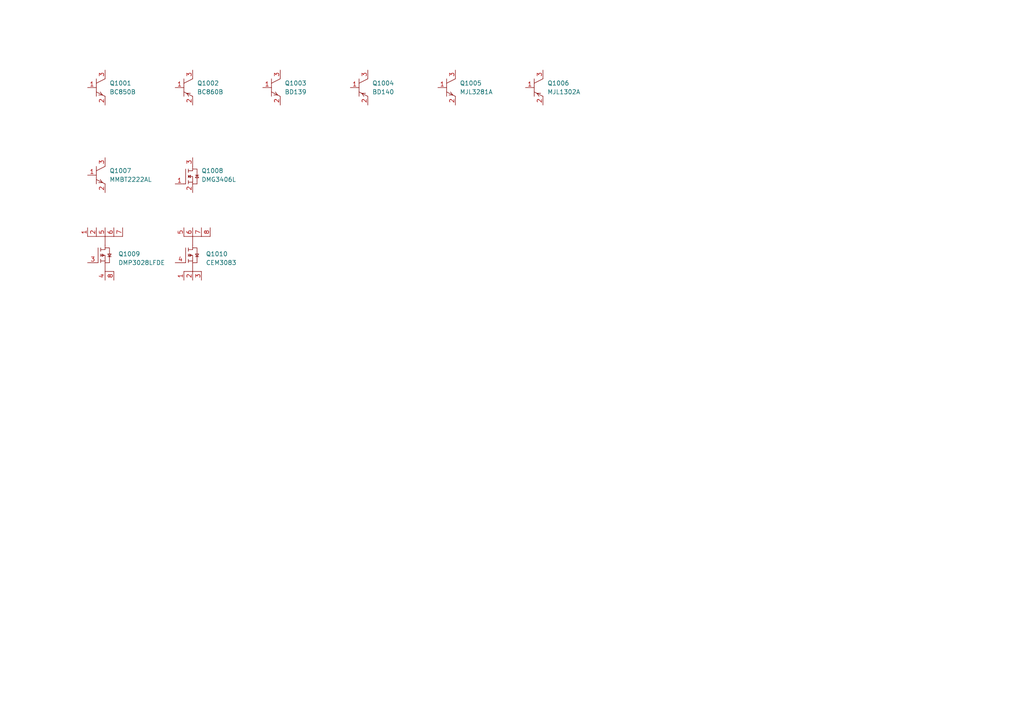
<source format=kicad_sch>
(kicad_sch
	(version 20250114)
	(generator "eeschema")
	(generator_version "9.0")
	(uuid "e63e39d7-6ac0-4ffd-8aa3-1841a4541b55")
	(paper "A4")
	(title_block
		(title "Transistors")
		(date "2025-07-06")
		(rev "1")
		(comment 1 "PCA number")
		(comment 2 "PCB number")
	)
	(lib_symbols
		(symbol "lily_symbols:bjt_npn_BC850B_sot23"
			(pin_names
				(hide yes)
			)
			(exclude_from_sim no)
			(in_bom yes)
			(on_board yes)
			(property "Reference" "Q"
				(at 6.35 1.27 0)
				(effects
					(font
						(size 1.27 1.27)
					)
					(justify left)
				)
			)
			(property "Value" "BC850B"
				(at 6.35 -1.27 0)
				(effects
					(font
						(size 1.27 1.27)
					)
					(justify left)
				)
			)
			(property "Footprint" "lily_footprints:sot23"
				(at 5.08 -17.78 0)
				(effects
					(font
						(size 1.27 1.27)
					)
					(hide yes)
				)
			)
			(property "Datasheet" "https://lilytronics.github.io/lily_kicad_lib/datasheets/nexperia/BC850B.pdf"
				(at 5.08 -30.48 0)
				(effects
					(font
						(size 1.27 1.27)
					)
					(hide yes)
				)
			)
			(property "Description" ""
				(at 0 0 0)
				(effects
					(font
						(size 1.27 1.27)
					)
					(hide yes)
				)
			)
			(property "Revision" "1"
				(at 5.08 -12.7 0)
				(effects
					(font
						(size 1.27 1.27)
					)
					(hide yes)
				)
			)
			(property "Status" "Active"
				(at 5.08 -15.24 0)
				(effects
					(font
						(size 1.27 1.27)
					)
					(hide yes)
				)
			)
			(property "Manufacturer" "Nexperia"
				(at 5.08 -20.32 0)
				(effects
					(font
						(size 1.27 1.27)
					)
					(hide yes)
				)
			)
			(property "Manufacturer_ID" "BC850B"
				(at 5.08 -22.86 0)
				(effects
					(font
						(size 1.27 1.27)
					)
					(hide yes)
				)
			)
			(property "Lily_ID" "NO_ID"
				(at 5.08 -25.4 0)
				(effects
					(font
						(size 1.27 1.27)
					)
					(hide yes)
				)
			)
			(property "JLCPCB_ID" "NO_ID"
				(at 5.08 -27.94 0)
				(effects
					(font
						(size 1.27 1.27)
					)
					(hide yes)
				)
			)
			(symbol "bjt_npn_BC850B_sot23_0_1"
				(polyline
					(pts
						(xy 2.54 2.54) (xy 2.54 -2.54)
					)
					(stroke
						(width 0)
						(type default)
					)
					(fill
						(type none)
					)
				)
				(polyline
					(pts
						(xy 4.318 -2.159) (xy 3.2004 -2.159)
					)
					(stroke
						(width 0)
						(type default)
					)
					(fill
						(type none)
					)
				)
				(polyline
					(pts
						(xy 4.318 -2.159) (xy 3.6576 -1.27)
					)
					(stroke
						(width 0)
						(type default)
					)
					(fill
						(type none)
					)
				)
				(polyline
					(pts
						(xy 5.08 2.54) (xy 2.54 1.27)
					)
					(stroke
						(width 0)
						(type default)
					)
					(fill
						(type none)
					)
				)
				(polyline
					(pts
						(xy 5.08 -2.54) (xy 2.54 -1.27)
					)
					(stroke
						(width 0)
						(type default)
					)
					(fill
						(type none)
					)
				)
			)
			(symbol "bjt_npn_BC850B_sot23_1_1"
				(pin passive line
					(at 0 0 0)
					(length 2.54)
					(name ""
						(effects
							(font
								(size 1.27 1.27)
							)
						)
					)
					(number "1"
						(effects
							(font
								(size 1.27 1.27)
							)
						)
					)
				)
				(pin passive line
					(at 5.08 5.08 270)
					(length 2.54)
					(name ""
						(effects
							(font
								(size 1.27 1.27)
							)
						)
					)
					(number "3"
						(effects
							(font
								(size 1.27 1.27)
							)
						)
					)
				)
				(pin passive line
					(at 5.08 -5.08 90)
					(length 2.54)
					(name ""
						(effects
							(font
								(size 1.27 1.27)
							)
						)
					)
					(number "2"
						(effects
							(font
								(size 1.27 1.27)
							)
						)
					)
				)
			)
			(embedded_fonts no)
		)
		(symbol "lily_symbols:bjt_npn_BD139_to126"
			(pin_names
				(hide yes)
			)
			(exclude_from_sim no)
			(in_bom yes)
			(on_board yes)
			(property "Reference" "Q"
				(at 6.35 1.27 0)
				(effects
					(font
						(size 1.27 1.27)
					)
					(justify left)
				)
			)
			(property "Value" "BD139"
				(at 6.35 -1.27 0)
				(effects
					(font
						(size 1.27 1.27)
					)
					(justify left)
				)
			)
			(property "Footprint" "lily_footprints:to126"
				(at 5.08 -17.78 0)
				(effects
					(font
						(size 1.27 1.27)
					)
					(hide yes)
				)
			)
			(property "Datasheet" "https://lilytronics.github.io/lily_kicad_lib/datasheets/stmicroelectronics/BD139_140.pdf"
				(at 5.08 -30.48 0)
				(effects
					(font
						(size 1.27 1.27)
					)
					(hide yes)
				)
			)
			(property "Description" ""
				(at 0 0 0)
				(effects
					(font
						(size 1.27 1.27)
					)
					(hide yes)
				)
			)
			(property "Revision" "1"
				(at 5.08 -12.7 0)
				(effects
					(font
						(size 1.27 1.27)
					)
					(hide yes)
				)
			)
			(property "Status" "Active"
				(at 5.08 -15.24 0)
				(effects
					(font
						(size 1.27 1.27)
					)
					(hide yes)
				)
			)
			(property "Manufacturer" "STMicroelectronics"
				(at 5.08 -20.32 0)
				(effects
					(font
						(size 1.27 1.27)
					)
					(hide yes)
				)
			)
			(property "Manufacturer_ID" "BD139"
				(at 5.08 -22.86 0)
				(effects
					(font
						(size 1.27 1.27)
					)
					(hide yes)
				)
			)
			(property "Lily_ID" "NO_ID"
				(at 5.08 -25.4 0)
				(effects
					(font
						(size 1.27 1.27)
					)
					(hide yes)
				)
			)
			(property "JLCPCB_ID" "NO_ID"
				(at 5.08 -27.94 0)
				(effects
					(font
						(size 1.27 1.27)
					)
					(hide yes)
				)
			)
			(symbol "bjt_npn_BD139_to126_0_1"
				(polyline
					(pts
						(xy 2.54 2.54) (xy 2.54 -2.54)
					)
					(stroke
						(width 0)
						(type default)
					)
					(fill
						(type none)
					)
				)
				(polyline
					(pts
						(xy 4.318 -2.159) (xy 3.2004 -2.159)
					)
					(stroke
						(width 0)
						(type default)
					)
					(fill
						(type none)
					)
				)
				(polyline
					(pts
						(xy 4.318 -2.159) (xy 3.6576 -1.27)
					)
					(stroke
						(width 0)
						(type default)
					)
					(fill
						(type none)
					)
				)
				(polyline
					(pts
						(xy 5.08 2.54) (xy 2.54 1.27)
					)
					(stroke
						(width 0)
						(type default)
					)
					(fill
						(type none)
					)
				)
				(polyline
					(pts
						(xy 5.08 -2.54) (xy 2.54 -1.27)
					)
					(stroke
						(width 0)
						(type default)
					)
					(fill
						(type none)
					)
				)
			)
			(symbol "bjt_npn_BD139_to126_1_1"
				(pin passive line
					(at 0 0 0)
					(length 2.54)
					(name ""
						(effects
							(font
								(size 1.27 1.27)
							)
						)
					)
					(number "1"
						(effects
							(font
								(size 1.27 1.27)
							)
						)
					)
				)
				(pin passive line
					(at 5.08 5.08 270)
					(length 2.54)
					(name ""
						(effects
							(font
								(size 1.27 1.27)
							)
						)
					)
					(number "3"
						(effects
							(font
								(size 1.27 1.27)
							)
						)
					)
				)
				(pin passive line
					(at 5.08 -5.08 90)
					(length 2.54)
					(name ""
						(effects
							(font
								(size 1.27 1.27)
							)
						)
					)
					(number "2"
						(effects
							(font
								(size 1.27 1.27)
							)
						)
					)
				)
			)
			(embedded_fonts no)
		)
		(symbol "lily_symbols:bjt_npn_MJL3281A_to264"
			(pin_names
				(hide yes)
			)
			(exclude_from_sim no)
			(in_bom yes)
			(on_board yes)
			(property "Reference" "Q"
				(at 6.35 1.27 0)
				(effects
					(font
						(size 1.27 1.27)
					)
					(justify left)
				)
			)
			(property "Value" "MJL3281A"
				(at 6.35 -1.27 0)
				(effects
					(font
						(size 1.27 1.27)
					)
					(justify left)
				)
			)
			(property "Footprint" "lily_footprints:to264"
				(at 5.08 -17.78 0)
				(effects
					(font
						(size 1.27 1.27)
					)
					(hide yes)
				)
			)
			(property "Datasheet" "https://lilytronics.github.io/lily_kicad_lib/datasheets/onsemi/MJL3281A_MJL1302A.pdf"
				(at 5.08 -30.48 0)
				(effects
					(font
						(size 1.27 1.27)
					)
					(hide yes)
				)
			)
			(property "Description" ""
				(at 0 0 0)
				(effects
					(font
						(size 1.27 1.27)
					)
					(hide yes)
				)
			)
			(property "Revision" "1"
				(at 5.08 -12.7 0)
				(effects
					(font
						(size 1.27 1.27)
					)
					(hide yes)
				)
			)
			(property "Status" "Active"
				(at 5.08 -15.24 0)
				(effects
					(font
						(size 1.27 1.27)
					)
					(hide yes)
				)
			)
			(property "Manufacturer" "Onsemi"
				(at 5.08 -20.32 0)
				(effects
					(font
						(size 1.27 1.27)
					)
					(hide yes)
				)
			)
			(property "Manufacturer_ID" "MJL3281A"
				(at 5.08 -22.86 0)
				(effects
					(font
						(size 1.27 1.27)
					)
					(hide yes)
				)
			)
			(property "Lily_ID" "NO_ID"
				(at 5.08 -25.4 0)
				(effects
					(font
						(size 1.27 1.27)
					)
					(hide yes)
				)
			)
			(property "JLCPCB_ID" "NO_ID"
				(at 5.08 -27.94 0)
				(effects
					(font
						(size 1.27 1.27)
					)
					(hide yes)
				)
			)
			(symbol "bjt_npn_MJL3281A_to264_0_1"
				(polyline
					(pts
						(xy 2.54 2.54) (xy 2.54 -2.54)
					)
					(stroke
						(width 0)
						(type default)
					)
					(fill
						(type none)
					)
				)
				(polyline
					(pts
						(xy 4.318 -2.159) (xy 3.2004 -2.159)
					)
					(stroke
						(width 0)
						(type default)
					)
					(fill
						(type none)
					)
				)
				(polyline
					(pts
						(xy 4.318 -2.159) (xy 3.6576 -1.27)
					)
					(stroke
						(width 0)
						(type default)
					)
					(fill
						(type none)
					)
				)
				(polyline
					(pts
						(xy 5.08 2.54) (xy 2.54 1.27)
					)
					(stroke
						(width 0)
						(type default)
					)
					(fill
						(type none)
					)
				)
				(polyline
					(pts
						(xy 5.08 -2.54) (xy 2.54 -1.27)
					)
					(stroke
						(width 0)
						(type default)
					)
					(fill
						(type none)
					)
				)
			)
			(symbol "bjt_npn_MJL3281A_to264_1_1"
				(pin passive line
					(at 0 0 0)
					(length 2.54)
					(name ""
						(effects
							(font
								(size 1.27 1.27)
							)
						)
					)
					(number "1"
						(effects
							(font
								(size 1.27 1.27)
							)
						)
					)
				)
				(pin passive line
					(at 5.08 5.08 270)
					(length 2.54)
					(name ""
						(effects
							(font
								(size 1.27 1.27)
							)
						)
					)
					(number "3"
						(effects
							(font
								(size 1.27 1.27)
							)
						)
					)
				)
				(pin passive line
					(at 5.08 -5.08 90)
					(length 2.54)
					(name ""
						(effects
							(font
								(size 1.27 1.27)
							)
						)
					)
					(number "2"
						(effects
							(font
								(size 1.27 1.27)
							)
						)
					)
				)
			)
			(embedded_fonts no)
		)
		(symbol "lily_symbols:bjt_npn_MMBT2222AL_sot23"
			(pin_names
				(hide yes)
			)
			(exclude_from_sim no)
			(in_bom yes)
			(on_board yes)
			(property "Reference" "Q"
				(at 6.35 1.27 0)
				(effects
					(font
						(size 1.27 1.27)
					)
					(justify left)
				)
			)
			(property "Value" "MMBT2222AL"
				(at 6.35 -1.27 0)
				(effects
					(font
						(size 1.27 1.27)
					)
					(justify left)
				)
			)
			(property "Footprint" "lily_footprints:sot23"
				(at 5.08 -17.78 0)
				(effects
					(font
						(size 1.27 1.27)
					)
					(hide yes)
				)
			)
			(property "Datasheet" "https://lilytronics.github.io/lily_kicad_lib/datasheets/onsemi/MMBT2222.pdf"
				(at 5.08 -30.48 0)
				(effects
					(font
						(size 1.27 1.27)
					)
					(hide yes)
				)
			)
			(property "Description" ""
				(at 0 0 0)
				(effects
					(font
						(size 1.27 1.27)
					)
					(hide yes)
				)
			)
			(property "Revision" "1"
				(at 5.08 -12.7 0)
				(effects
					(font
						(size 1.27 1.27)
					)
					(hide yes)
				)
			)
			(property "Status" "Active"
				(at 5.08 -15.24 0)
				(effects
					(font
						(size 1.27 1.27)
					)
					(hide yes)
				)
			)
			(property "Manufacturer" "onsemi"
				(at 5.08 -20.32 0)
				(effects
					(font
						(size 1.27 1.27)
					)
					(hide yes)
				)
			)
			(property "Manufacturer_ID" "MMBT2222ALT1G"
				(at 5.08 -22.86 0)
				(effects
					(font
						(size 1.27 1.27)
					)
					(hide yes)
				)
			)
			(property "Lily_ID" "NO_ID"
				(at 5.08 -25.4 0)
				(effects
					(font
						(size 1.27 1.27)
					)
					(hide yes)
				)
			)
			(property "JLCPCB_ID" "C82460"
				(at 5.08 -27.94 0)
				(effects
					(font
						(size 1.27 1.27)
					)
					(hide yes)
				)
			)
			(symbol "bjt_npn_MMBT2222AL_sot23_0_1"
				(polyline
					(pts
						(xy 2.54 2.54) (xy 2.54 -2.54)
					)
					(stroke
						(width 0)
						(type default)
					)
					(fill
						(type none)
					)
				)
				(polyline
					(pts
						(xy 4.318 -2.159) (xy 3.2004 -2.159)
					)
					(stroke
						(width 0)
						(type default)
					)
					(fill
						(type none)
					)
				)
				(polyline
					(pts
						(xy 4.318 -2.159) (xy 3.6576 -1.27)
					)
					(stroke
						(width 0)
						(type default)
					)
					(fill
						(type none)
					)
				)
				(polyline
					(pts
						(xy 5.08 2.54) (xy 2.54 1.27)
					)
					(stroke
						(width 0)
						(type default)
					)
					(fill
						(type none)
					)
				)
				(polyline
					(pts
						(xy 5.08 -2.54) (xy 2.54 -1.27)
					)
					(stroke
						(width 0)
						(type default)
					)
					(fill
						(type none)
					)
				)
			)
			(symbol "bjt_npn_MMBT2222AL_sot23_1_1"
				(pin passive line
					(at 0 0 0)
					(length 2.54)
					(name ""
						(effects
							(font
								(size 1.27 1.27)
							)
						)
					)
					(number "1"
						(effects
							(font
								(size 1.27 1.27)
							)
						)
					)
				)
				(pin passive line
					(at 5.08 5.08 270)
					(length 2.54)
					(name ""
						(effects
							(font
								(size 1.27 1.27)
							)
						)
					)
					(number "3"
						(effects
							(font
								(size 1.27 1.27)
							)
						)
					)
				)
				(pin passive line
					(at 5.08 -5.08 90)
					(length 2.54)
					(name ""
						(effects
							(font
								(size 1.27 1.27)
							)
						)
					)
					(number "2"
						(effects
							(font
								(size 1.27 1.27)
							)
						)
					)
				)
			)
			(embedded_fonts no)
		)
		(symbol "lily_symbols:bjt_pnp_BC860B_sot23"
			(pin_names
				(hide yes)
			)
			(exclude_from_sim no)
			(in_bom yes)
			(on_board yes)
			(property "Reference" "Q"
				(at 6.35 1.27 0)
				(effects
					(font
						(size 1.27 1.27)
					)
					(justify left)
				)
			)
			(property "Value" "BC860B"
				(at 6.35 -1.27 0)
				(effects
					(font
						(size 1.27 1.27)
					)
					(justify left)
				)
			)
			(property "Footprint" "lily_footprints:sot23"
				(at 5.08 -17.78 0)
				(effects
					(font
						(size 1.27 1.27)
					)
					(hide yes)
				)
			)
			(property "Datasheet" "https://lilytronics.github.io/lily_kicad_lib/datasheets/nexperia/BC860B.pdf"
				(at 5.08 -30.48 0)
				(effects
					(font
						(size 1.27 1.27)
					)
					(hide yes)
				)
			)
			(property "Description" ""
				(at 0 0 0)
				(effects
					(font
						(size 1.27 1.27)
					)
					(hide yes)
				)
			)
			(property "Revision" "1"
				(at 5.08 -12.7 0)
				(effects
					(font
						(size 1.27 1.27)
					)
					(hide yes)
				)
			)
			(property "Status" "Active"
				(at 5.08 -15.24 0)
				(effects
					(font
						(size 1.27 1.27)
					)
					(hide yes)
				)
			)
			(property "Manufacturer" "Nexperia"
				(at 5.08 -20.32 0)
				(effects
					(font
						(size 1.27 1.27)
					)
					(hide yes)
				)
			)
			(property "Manufacturer_ID" "BC860B"
				(at 5.08 -22.86 0)
				(effects
					(font
						(size 1.27 1.27)
					)
					(hide yes)
				)
			)
			(property "Lily_ID" "NO_ID"
				(at 5.08 -25.4 0)
				(effects
					(font
						(size 1.27 1.27)
					)
					(hide yes)
				)
			)
			(property "JLCPCB_ID" "NO_ID"
				(at 5.08 -27.94 0)
				(effects
					(font
						(size 1.27 1.27)
					)
					(hide yes)
				)
			)
			(symbol "bjt_pnp_BC860B_sot23_0_1"
				(polyline
					(pts
						(xy 2.54 2.54) (xy 2.54 -2.54)
					)
					(stroke
						(width 0)
						(type default)
					)
					(fill
						(type none)
					)
				)
				(polyline
					(pts
						(xy 2.54 -1.27) (xy 5.08 -2.54)
					)
					(stroke
						(width 0)
						(type default)
					)
					(fill
						(type none)
					)
				)
				(polyline
					(pts
						(xy 3.302 -1.651) (xy 3.9624 -2.54)
					)
					(stroke
						(width 0)
						(type default)
					)
					(fill
						(type none)
					)
				)
				(polyline
					(pts
						(xy 3.302 -1.651) (xy 4.4196 -1.651)
					)
					(stroke
						(width 0)
						(type default)
					)
					(fill
						(type none)
					)
				)
				(polyline
					(pts
						(xy 5.08 2.54) (xy 2.54 1.27)
					)
					(stroke
						(width 0)
						(type default)
					)
					(fill
						(type none)
					)
				)
			)
			(symbol "bjt_pnp_BC860B_sot23_1_1"
				(pin passive line
					(at 0 0 0)
					(length 2.54)
					(name ""
						(effects
							(font
								(size 1.27 1.27)
							)
						)
					)
					(number "1"
						(effects
							(font
								(size 1.27 1.27)
							)
						)
					)
				)
				(pin passive line
					(at 5.08 5.08 270)
					(length 2.54)
					(name ""
						(effects
							(font
								(size 1.27 1.27)
							)
						)
					)
					(number "3"
						(effects
							(font
								(size 1.27 1.27)
							)
						)
					)
				)
				(pin passive line
					(at 5.08 -5.08 90)
					(length 2.54)
					(name ""
						(effects
							(font
								(size 1.27 1.27)
							)
						)
					)
					(number "2"
						(effects
							(font
								(size 1.27 1.27)
							)
						)
					)
				)
			)
			(embedded_fonts no)
		)
		(symbol "lily_symbols:bjt_pnp_BD140_to126"
			(pin_names
				(hide yes)
			)
			(exclude_from_sim no)
			(in_bom yes)
			(on_board yes)
			(property "Reference" "Q"
				(at 6.35 1.27 0)
				(effects
					(font
						(size 1.27 1.27)
					)
					(justify left)
				)
			)
			(property "Value" "BD140"
				(at 6.35 -1.27 0)
				(effects
					(font
						(size 1.27 1.27)
					)
					(justify left)
				)
			)
			(property "Footprint" "lily_footprints:to126"
				(at 5.08 -17.78 0)
				(effects
					(font
						(size 1.27 1.27)
					)
					(hide yes)
				)
			)
			(property "Datasheet" "https://lilytronics.github.io/lily_kicad_lib/datasheets/stmicroelectronics/BD139_140.pdf"
				(at 5.08 -30.48 0)
				(effects
					(font
						(size 1.27 1.27)
					)
					(hide yes)
				)
			)
			(property "Description" ""
				(at 0 0 0)
				(effects
					(font
						(size 1.27 1.27)
					)
					(hide yes)
				)
			)
			(property "Revision" "1"
				(at 5.08 -12.7 0)
				(effects
					(font
						(size 1.27 1.27)
					)
					(hide yes)
				)
			)
			(property "Status" "Active"
				(at 5.08 -15.24 0)
				(effects
					(font
						(size 1.27 1.27)
					)
					(hide yes)
				)
			)
			(property "Manufacturer" "STMicroelectronics"
				(at 5.08 -20.32 0)
				(effects
					(font
						(size 1.27 1.27)
					)
					(hide yes)
				)
			)
			(property "Manufacturer_ID" "BD140"
				(at 5.08 -22.86 0)
				(effects
					(font
						(size 1.27 1.27)
					)
					(hide yes)
				)
			)
			(property "Lily_ID" "NO_ID"
				(at 5.08 -25.4 0)
				(effects
					(font
						(size 1.27 1.27)
					)
					(hide yes)
				)
			)
			(property "JLCPCB_ID" "NO_ID"
				(at 5.08 -27.94 0)
				(effects
					(font
						(size 1.27 1.27)
					)
					(hide yes)
				)
			)
			(symbol "bjt_pnp_BD140_to126_0_1"
				(polyline
					(pts
						(xy 2.54 2.54) (xy 2.54 -2.54)
					)
					(stroke
						(width 0)
						(type default)
					)
					(fill
						(type none)
					)
				)
				(polyline
					(pts
						(xy 2.54 -1.27) (xy 5.08 -2.54)
					)
					(stroke
						(width 0)
						(type default)
					)
					(fill
						(type none)
					)
				)
				(polyline
					(pts
						(xy 3.302 -1.651) (xy 3.9624 -2.54)
					)
					(stroke
						(width 0)
						(type default)
					)
					(fill
						(type none)
					)
				)
				(polyline
					(pts
						(xy 3.302 -1.651) (xy 4.4196 -1.651)
					)
					(stroke
						(width 0)
						(type default)
					)
					(fill
						(type none)
					)
				)
				(polyline
					(pts
						(xy 5.08 2.54) (xy 2.54 1.27)
					)
					(stroke
						(width 0)
						(type default)
					)
					(fill
						(type none)
					)
				)
			)
			(symbol "bjt_pnp_BD140_to126_1_1"
				(pin passive line
					(at 0 0 0)
					(length 2.54)
					(name ""
						(effects
							(font
								(size 1.27 1.27)
							)
						)
					)
					(number "1"
						(effects
							(font
								(size 1.27 1.27)
							)
						)
					)
				)
				(pin passive line
					(at 5.08 5.08 270)
					(length 2.54)
					(name ""
						(effects
							(font
								(size 1.27 1.27)
							)
						)
					)
					(number "3"
						(effects
							(font
								(size 1.27 1.27)
							)
						)
					)
				)
				(pin passive line
					(at 5.08 -5.08 90)
					(length 2.54)
					(name ""
						(effects
							(font
								(size 1.27 1.27)
							)
						)
					)
					(number "2"
						(effects
							(font
								(size 1.27 1.27)
							)
						)
					)
				)
			)
			(embedded_fonts no)
		)
		(symbol "lily_symbols:bjt_pnp_MJL1302A_to264"
			(pin_names
				(hide yes)
			)
			(exclude_from_sim no)
			(in_bom yes)
			(on_board yes)
			(property "Reference" "Q"
				(at 6.35 1.27 0)
				(effects
					(font
						(size 1.27 1.27)
					)
					(justify left)
				)
			)
			(property "Value" "MJL1302A"
				(at 6.35 -1.27 0)
				(effects
					(font
						(size 1.27 1.27)
					)
					(justify left)
				)
			)
			(property "Footprint" "lily_footprints:to264"
				(at 5.08 -17.78 0)
				(effects
					(font
						(size 1.27 1.27)
					)
					(hide yes)
				)
			)
			(property "Datasheet" "https://lilytronics.github.io/lily_kicad_lib/datasheets/onsemi/MJL3281A_MJL1302A.pdf"
				(at 5.08 -30.48 0)
				(effects
					(font
						(size 1.27 1.27)
					)
					(hide yes)
				)
			)
			(property "Description" ""
				(at 0 0 0)
				(effects
					(font
						(size 1.27 1.27)
					)
					(hide yes)
				)
			)
			(property "Revision" "1"
				(at 5.08 -12.7 0)
				(effects
					(font
						(size 1.27 1.27)
					)
					(hide yes)
				)
			)
			(property "Status" "Active"
				(at 5.08 -15.24 0)
				(effects
					(font
						(size 1.27 1.27)
					)
					(hide yes)
				)
			)
			(property "Manufacturer" "Onsemi"
				(at 5.08 -20.32 0)
				(effects
					(font
						(size 1.27 1.27)
					)
					(hide yes)
				)
			)
			(property "Manufacturer_ID" "MJL1302A"
				(at 5.08 -22.86 0)
				(effects
					(font
						(size 1.27 1.27)
					)
					(hide yes)
				)
			)
			(property "Lily_ID" "NO_ID"
				(at 5.08 -25.4 0)
				(effects
					(font
						(size 1.27 1.27)
					)
					(hide yes)
				)
			)
			(property "JLCPCB_ID" "NO_ID"
				(at 5.08 -27.94 0)
				(effects
					(font
						(size 1.27 1.27)
					)
					(hide yes)
				)
			)
			(symbol "bjt_pnp_MJL1302A_to264_0_1"
				(polyline
					(pts
						(xy 2.54 2.54) (xy 2.54 -2.54)
					)
					(stroke
						(width 0)
						(type default)
					)
					(fill
						(type none)
					)
				)
				(polyline
					(pts
						(xy 2.54 -1.27) (xy 5.08 -2.54)
					)
					(stroke
						(width 0)
						(type default)
					)
					(fill
						(type none)
					)
				)
				(polyline
					(pts
						(xy 3.302 -1.651) (xy 3.9624 -2.54)
					)
					(stroke
						(width 0)
						(type default)
					)
					(fill
						(type none)
					)
				)
				(polyline
					(pts
						(xy 3.302 -1.651) (xy 4.4196 -1.651)
					)
					(stroke
						(width 0)
						(type default)
					)
					(fill
						(type none)
					)
				)
				(polyline
					(pts
						(xy 5.08 2.54) (xy 2.54 1.27)
					)
					(stroke
						(width 0)
						(type default)
					)
					(fill
						(type none)
					)
				)
			)
			(symbol "bjt_pnp_MJL1302A_to264_1_1"
				(pin passive line
					(at 0 0 0)
					(length 2.54)
					(name ""
						(effects
							(font
								(size 1.27 1.27)
							)
						)
					)
					(number "1"
						(effects
							(font
								(size 1.27 1.27)
							)
						)
					)
				)
				(pin passive line
					(at 5.08 5.08 270)
					(length 2.54)
					(name ""
						(effects
							(font
								(size 1.27 1.27)
							)
						)
					)
					(number "3"
						(effects
							(font
								(size 1.27 1.27)
							)
						)
					)
				)
				(pin passive line
					(at 5.08 -5.08 90)
					(length 2.54)
					(name ""
						(effects
							(font
								(size 1.27 1.27)
							)
						)
					)
					(number "2"
						(effects
							(font
								(size 1.27 1.27)
							)
						)
					)
				)
			)
			(embedded_fonts no)
		)
		(symbol "lily_symbols:mosfet_n_DMG3406L_sot23"
			(pin_names
				(hide yes)
			)
			(exclude_from_sim no)
			(in_bom yes)
			(on_board yes)
			(property "Reference" "Q"
				(at 7.62 3.81 0)
				(effects
					(font
						(size 1.27 1.27)
					)
					(justify left)
				)
			)
			(property "Value" "DMG3406L"
				(at 7.62 1.27 0)
				(effects
					(font
						(size 1.27 1.27)
					)
					(justify left)
				)
			)
			(property "Footprint" "lily_footprints:sot23"
				(at 5.08 -15.24 0)
				(effects
					(font
						(size 1.27 1.27)
					)
					(hide yes)
				)
			)
			(property "Datasheet" "https://lilytronics.github.io/lily_kicad_lib/datasheets/diodes_incorporated/DMG3406L.pdf"
				(at -5.08 -2.54 0)
				(effects
					(font
						(size 1.27 1.27)
					)
					(hide yes)
				)
			)
			(property "Description" ""
				(at 0 0 0)
				(effects
					(font
						(size 1.27 1.27)
					)
					(hide yes)
				)
			)
			(property "Revision" "1"
				(at 5.08 -10.16 0)
				(effects
					(font
						(size 1.27 1.27)
					)
					(hide yes)
				)
			)
			(property "Status" "Active"
				(at 5.08 -12.7 0)
				(effects
					(font
						(size 1.27 1.27)
					)
					(hide yes)
				)
			)
			(property "Manufacturer" "Diodes Incorporated"
				(at 5.08 -17.78 0)
				(effects
					(font
						(size 1.27 1.27)
					)
					(hide yes)
				)
			)
			(property "Manufacturer_ID" "DMG3406L"
				(at 5.08 -20.32 0)
				(effects
					(font
						(size 1.27 1.27)
					)
					(hide yes)
				)
			)
			(property "Lily_ID" "NO_ID"
				(at 5.08 -22.86 0)
				(effects
					(font
						(size 1.27 1.27)
					)
					(hide yes)
				)
			)
			(property "JLCPCB_ID" "C481695"
				(at 5.08 -25.4 0)
				(effects
					(font
						(size 1.27 1.27)
					)
					(hide yes)
				)
			)
			(symbol "mosfet_n_DMG3406L_sot23_0_1"
				(polyline
					(pts
						(xy 3.048 4.318) (xy 3.048 0)
					)
					(stroke
						(width 0)
						(type default)
					)
					(fill
						(type none)
					)
				)
				(polyline
					(pts
						(xy 3.048 0) (xy 2.54 0)
					)
					(stroke
						(width 0)
						(type default)
					)
					(fill
						(type none)
					)
				)
				(polyline
					(pts
						(xy 3.81 4.318) (xy 3.81 3.302)
					)
					(stroke
						(width 0)
						(type default)
					)
					(fill
						(type none)
					)
				)
				(polyline
					(pts
						(xy 3.81 2.159) (xy 5.08 2.159) (xy 5.08 0)
					)
					(stroke
						(width 0)
						(type default)
					)
					(fill
						(type none)
					)
				)
				(polyline
					(pts
						(xy 3.81 2.159) (xy 4.445 2.54) (xy 4.445 1.778) (xy 3.81 2.159)
					)
					(stroke
						(width 0)
						(type default)
					)
					(fill
						(type none)
					)
				)
				(polyline
					(pts
						(xy 3.81 1.778) (xy 3.81 2.54)
					)
					(stroke
						(width 0)
						(type default)
					)
					(fill
						(type none)
					)
				)
				(polyline
					(pts
						(xy 3.81 0.508) (xy 5.08 0.508)
					)
					(stroke
						(width 0)
						(type default)
					)
					(fill
						(type none)
					)
				)
				(polyline
					(pts
						(xy 3.81 0) (xy 3.81 1.016)
					)
					(stroke
						(width 0)
						(type default)
					)
					(fill
						(type none)
					)
				)
				(polyline
					(pts
						(xy 5.08 5.08) (xy 5.08 3.81)
					)
					(stroke
						(width 0)
						(type default)
					)
					(fill
						(type none)
					)
				)
				(polyline
					(pts
						(xy 5.08 4.318) (xy 6.35 4.318) (xy 6.35 0)
					)
					(stroke
						(width 0)
						(type default)
					)
					(fill
						(type none)
					)
				)
				(polyline
					(pts
						(xy 5.08 3.81) (xy 3.81 3.81)
					)
					(stroke
						(width 0)
						(type default)
					)
					(fill
						(type none)
					)
				)
				(polyline
					(pts
						(xy 5.842 2.54) (xy 6.858 2.54)
					)
					(stroke
						(width 0)
						(type default)
					)
					(fill
						(type none)
					)
				)
				(polyline
					(pts
						(xy 6.35 2.54) (xy 5.842 1.778) (xy 6.858 1.778) (xy 6.35 2.54)
					)
					(stroke
						(width 0)
						(type default)
					)
					(fill
						(type none)
					)
				)
				(polyline
					(pts
						(xy 6.35 0) (xy 5.08 0)
					)
					(stroke
						(width 0)
						(type default)
					)
					(fill
						(type none)
					)
				)
			)
			(symbol "mosfet_n_DMG3406L_sot23_1_1"
				(pin passive line
					(at 0 0 0)
					(length 2.54)
					(name ""
						(effects
							(font
								(size 1.27 1.27)
							)
						)
					)
					(number "1"
						(effects
							(font
								(size 1.27 1.27)
							)
						)
					)
				)
				(pin passive line
					(at 5.08 7.62 270)
					(length 2.54)
					(name ""
						(effects
							(font
								(size 1.27 1.27)
							)
						)
					)
					(number "3"
						(effects
							(font
								(size 1.27 1.27)
							)
						)
					)
				)
				(pin passive line
					(at 5.08 -2.54 90)
					(length 2.54)
					(name ""
						(effects
							(font
								(size 1.27 1.27)
							)
						)
					)
					(number "2"
						(effects
							(font
								(size 1.27 1.27)
							)
						)
					)
				)
			)
			(embedded_fonts no)
		)
		(symbol "lily_symbols:mosfet_p_CEM3083_soic8"
			(exclude_from_sim no)
			(in_bom yes)
			(on_board yes)
			(property "Reference" "Q"
				(at 8.89 2.54 0)
				(effects
					(font
						(size 1.27 1.27)
					)
					(justify left)
				)
			)
			(property "Value" "CEM3083"
				(at 8.89 0 0)
				(effects
					(font
						(size 1.27 1.27)
					)
					(justify left)
				)
			)
			(property "Footprint" "lily_footprints:soic8"
				(at 5.08 -17.78 0)
				(effects
					(font
						(size 1.27 1.27)
					)
					(hide yes)
				)
			)
			(property "Datasheet" ""
				(at -5.08 -2.54 0)
				(effects
					(font
						(size 1.27 1.27)
					)
					(hide yes)
				)
			)
			(property "Description" ""
				(at -2.54 0 0)
				(effects
					(font
						(size 1.27 1.27)
					)
					(hide yes)
				)
			)
			(property "Revision" "1"
				(at 5.08 -12.7 0)
				(effects
					(font
						(size 1.27 1.27)
					)
					(hide yes)
				)
			)
			(property "Status" "Active"
				(at 5.08 -15.24 0)
				(effects
					(font
						(size 1.27 1.27)
					)
					(hide yes)
				)
			)
			(property "Manufacturer" "CET"
				(at 5.08 -20.32 0)
				(effects
					(font
						(size 1.27 1.27)
					)
					(hide yes)
				)
			)
			(property "Manufacturer_ID" "CEM3083"
				(at 5.08 -22.86 0)
				(effects
					(font
						(size 1.27 1.27)
					)
					(hide yes)
				)
			)
			(property "Lily_ID" "xxxx-yyyyy"
				(at 5.08 -25.4 0)
				(effects
					(font
						(size 1.27 1.27)
					)
					(hide yes)
				)
			)
			(property "JLCPCB_ID" "C83039"
				(at 5.08 -27.94 0)
				(effects
					(font
						(size 1.27 1.27)
					)
					(hide yes)
				)
			)
			(property "JLCPCB_STATUS" "Extended"
				(at 5.08 -30.48 0)
				(effects
					(font
						(size 1.27 1.27)
					)
					(hide yes)
				)
			)
			(symbol "mosfet_p_CEM3083_soic8_0_1"
				(polyline
					(pts
						(xy 3.048 4.318) (xy 3.048 0)
					)
					(stroke
						(width 0)
						(type default)
					)
					(fill
						(type none)
					)
				)
				(polyline
					(pts
						(xy 3.81 4.318) (xy 3.81 3.302)
					)
					(stroke
						(width 0)
						(type default)
					)
					(fill
						(type none)
					)
				)
				(polyline
					(pts
						(xy 3.81 2.159) (xy 5.08 2.159) (xy 5.08 0)
					)
					(stroke
						(width 0)
						(type default)
					)
					(fill
						(type none)
					)
				)
				(polyline
					(pts
						(xy 3.81 1.778) (xy 3.81 2.54)
					)
					(stroke
						(width 0)
						(type default)
					)
					(fill
						(type none)
					)
				)
				(polyline
					(pts
						(xy 3.81 0.508) (xy 5.08 0.508)
					)
					(stroke
						(width 0)
						(type default)
					)
					(fill
						(type none)
					)
				)
				(polyline
					(pts
						(xy 3.81 0) (xy 3.81 1.016)
					)
					(stroke
						(width 0)
						(type default)
					)
					(fill
						(type none)
					)
				)
				(polyline
					(pts
						(xy 4.826 2.159) (xy 4.191 1.778) (xy 4.191 2.54) (xy 4.826 2.159)
					)
					(stroke
						(width 0)
						(type default)
					)
					(fill
						(type none)
					)
				)
				(polyline
					(pts
						(xy 5.08 5.08) (xy 5.08 7.62)
					)
					(stroke
						(width 0)
						(type default)
					)
					(fill
						(type none)
					)
				)
				(polyline
					(pts
						(xy 5.08 5.08) (xy 5.08 3.81)
					)
					(stroke
						(width 0)
						(type default)
					)
					(fill
						(type none)
					)
				)
				(polyline
					(pts
						(xy 5.08 4.318) (xy 6.35 4.318) (xy 6.35 0)
					)
					(stroke
						(width 0)
						(type default)
					)
					(fill
						(type none)
					)
				)
				(polyline
					(pts
						(xy 5.08 3.81) (xy 3.81 3.81)
					)
					(stroke
						(width 0)
						(type default)
					)
					(fill
						(type none)
					)
				)
				(polyline
					(pts
						(xy 5.08 0) (xy 5.08 -2.54)
					)
					(stroke
						(width 0)
						(type default)
					)
					(fill
						(type none)
					)
				)
				(polyline
					(pts
						(xy 5.842 1.778) (xy 6.858 1.778)
					)
					(stroke
						(width 0)
						(type default)
					)
					(fill
						(type none)
					)
				)
				(polyline
					(pts
						(xy 6.35 1.778) (xy 6.858 2.54) (xy 5.842 2.54) (xy 6.35 1.778)
					)
					(stroke
						(width 0)
						(type default)
					)
					(fill
						(type none)
					)
				)
				(polyline
					(pts
						(xy 6.35 0) (xy 5.08 0)
					)
					(stroke
						(width 0)
						(type default)
					)
					(fill
						(type none)
					)
				)
				(polyline
					(pts
						(xy 7.62 7.62) (xy 2.54 7.62)
					)
					(stroke
						(width 0)
						(type default)
					)
					(fill
						(type none)
					)
				)
				(polyline
					(pts
						(xy 7.62 7.62) (xy 10.16 7.62)
					)
					(stroke
						(width 0)
						(type default)
					)
					(fill
						(type none)
					)
				)
				(polyline
					(pts
						(xy 7.62 -2.54) (xy 2.54 -2.54)
					)
					(stroke
						(width 0)
						(type default)
					)
					(fill
						(type none)
					)
				)
			)
			(symbol "mosfet_p_CEM3083_soic8_1_1"
				(pin passive line
					(at 0 0 0)
					(length 3.048)
					(name ""
						(effects
							(font
								(size 1.27 1.27)
							)
						)
					)
					(number "4"
						(effects
							(font
								(size 1.27 1.27)
							)
						)
					)
				)
				(pin passive line
					(at 2.54 10.16 270)
					(length 2.54)
					(name ""
						(effects
							(font
								(size 1.27 1.27)
							)
						)
					)
					(number "5"
						(effects
							(font
								(size 1.27 1.27)
							)
						)
					)
				)
				(pin passive line
					(at 2.54 -5.08 90)
					(length 2.54)
					(name ""
						(effects
							(font
								(size 1.27 1.27)
							)
						)
					)
					(number "1"
						(effects
							(font
								(size 1.27 1.27)
							)
						)
					)
				)
				(pin passive line
					(at 5.08 10.16 270)
					(length 2.54)
					(name ""
						(effects
							(font
								(size 1.27 1.27)
							)
						)
					)
					(number "6"
						(effects
							(font
								(size 1.27 1.27)
							)
						)
					)
				)
				(pin passive line
					(at 5.08 -5.08 90)
					(length 2.54)
					(name ""
						(effects
							(font
								(size 1.27 1.27)
							)
						)
					)
					(number "2"
						(effects
							(font
								(size 1.27 1.27)
							)
						)
					)
				)
				(pin passive line
					(at 7.62 10.16 270)
					(length 2.54)
					(name ""
						(effects
							(font
								(size 1.27 1.27)
							)
						)
					)
					(number "7"
						(effects
							(font
								(size 1.27 1.27)
							)
						)
					)
				)
				(pin passive line
					(at 7.62 -5.08 90)
					(length 2.54)
					(name ""
						(effects
							(font
								(size 1.27 1.27)
							)
						)
					)
					(number "3"
						(effects
							(font
								(size 1.27 1.27)
							)
						)
					)
				)
				(pin passive line
					(at 10.16 10.16 270)
					(length 2.54)
					(name ""
						(effects
							(font
								(size 1.27 1.27)
							)
						)
					)
					(number "8"
						(effects
							(font
								(size 1.27 1.27)
							)
						)
					)
				)
			)
			(embedded_fonts no)
		)
		(symbol "lily_symbols:mosfet_p_DMP3028LFDE_sot1220"
			(exclude_from_sim no)
			(in_bom yes)
			(on_board yes)
			(property "Reference" "Q"
				(at 8.89 2.54 0)
				(effects
					(font
						(size 1.27 1.27)
					)
					(justify left)
				)
			)
			(property "Value" "DMP3028LFDE"
				(at 8.89 0 0)
				(effects
					(font
						(size 1.27 1.27)
					)
					(justify left)
				)
			)
			(property "Footprint" "lily_footprints:sot1220_dnf2020md-6_type_e"
				(at 5.08 -17.78 0)
				(effects
					(font
						(size 1.27 1.27)
					)
					(hide yes)
				)
			)
			(property "Datasheet" "https://lilytronics.github.io/lily_kicad_lib/datasheets/diodes_incorporated/DMP3028LFDE.pdf"
				(at 5.08 -30.48 0)
				(effects
					(font
						(size 1.27 1.27)
					)
					(hide yes)
				)
			)
			(property "Description" ""
				(at -2.54 0 0)
				(effects
					(font
						(size 1.27 1.27)
					)
					(hide yes)
				)
			)
			(property "Revision" "1"
				(at 5.08 -12.7 0)
				(effects
					(font
						(size 1.27 1.27)
					)
					(hide yes)
				)
			)
			(property "Status" "Active"
				(at 5.08 -15.24 0)
				(effects
					(font
						(size 1.27 1.27)
					)
					(hide yes)
				)
			)
			(property "Manufacturer" "Diodes Incorporated"
				(at 5.08 -20.32 0)
				(effects
					(font
						(size 1.27 1.27)
					)
					(hide yes)
				)
			)
			(property "Manufacturer_ID" "DMP3028LFDE-13"
				(at 5.08 -22.86 0)
				(effects
					(font
						(size 1.27 1.27)
					)
					(hide yes)
				)
			)
			(property "Lily_ID" "NO_ID"
				(at 5.08 -25.4 0)
				(effects
					(font
						(size 1.27 1.27)
					)
					(hide yes)
				)
			)
			(property "JLCPCB_ID" "C150441"
				(at 5.08 -27.94 0)
				(effects
					(font
						(size 1.27 1.27)
					)
					(hide yes)
				)
			)
			(symbol "mosfet_p_DMP3028LFDE_sot1220_0_1"
				(polyline
					(pts
						(xy 3.048 4.318) (xy 3.048 0)
					)
					(stroke
						(width 0)
						(type default)
					)
					(fill
						(type none)
					)
				)
				(polyline
					(pts
						(xy 3.81 4.318) (xy 3.81 3.302)
					)
					(stroke
						(width 0)
						(type default)
					)
					(fill
						(type none)
					)
				)
				(polyline
					(pts
						(xy 3.81 2.159) (xy 5.08 2.159) (xy 5.08 0)
					)
					(stroke
						(width 0)
						(type default)
					)
					(fill
						(type none)
					)
				)
				(polyline
					(pts
						(xy 3.81 1.778) (xy 3.81 2.54)
					)
					(stroke
						(width 0)
						(type default)
					)
					(fill
						(type none)
					)
				)
				(polyline
					(pts
						(xy 3.81 0.508) (xy 5.08 0.508)
					)
					(stroke
						(width 0)
						(type default)
					)
					(fill
						(type none)
					)
				)
				(polyline
					(pts
						(xy 3.81 0) (xy 3.81 1.016)
					)
					(stroke
						(width 0)
						(type default)
					)
					(fill
						(type none)
					)
				)
				(polyline
					(pts
						(xy 4.826 2.159) (xy 4.191 1.778) (xy 4.191 2.54) (xy 4.826 2.159)
					)
					(stroke
						(width 0)
						(type default)
					)
					(fill
						(type none)
					)
				)
				(polyline
					(pts
						(xy 5.08 5.08) (xy 5.08 7.62)
					)
					(stroke
						(width 0)
						(type default)
					)
					(fill
						(type none)
					)
				)
				(polyline
					(pts
						(xy 5.08 5.08) (xy 5.08 3.81)
					)
					(stroke
						(width 0)
						(type default)
					)
					(fill
						(type none)
					)
				)
				(polyline
					(pts
						(xy 5.08 4.318) (xy 6.35 4.318) (xy 6.35 0)
					)
					(stroke
						(width 0)
						(type default)
					)
					(fill
						(type none)
					)
				)
				(polyline
					(pts
						(xy 5.08 3.81) (xy 3.81 3.81)
					)
					(stroke
						(width 0)
						(type default)
					)
					(fill
						(type none)
					)
				)
				(polyline
					(pts
						(xy 5.08 0) (xy 5.08 -2.54)
					)
					(stroke
						(width 0)
						(type default)
					)
					(fill
						(type none)
					)
				)
				(polyline
					(pts
						(xy 5.842 1.778) (xy 6.858 1.778)
					)
					(stroke
						(width 0)
						(type default)
					)
					(fill
						(type none)
					)
				)
				(polyline
					(pts
						(xy 6.35 1.778) (xy 6.858 2.54) (xy 5.842 2.54) (xy 6.35 1.778)
					)
					(stroke
						(width 0)
						(type default)
					)
					(fill
						(type none)
					)
				)
				(polyline
					(pts
						(xy 6.35 0) (xy 5.08 0)
					)
					(stroke
						(width 0)
						(type default)
					)
					(fill
						(type none)
					)
				)
				(polyline
					(pts
						(xy 7.62 7.62) (xy 0 7.62)
					)
					(stroke
						(width 0)
						(type default)
					)
					(fill
						(type none)
					)
				)
				(polyline
					(pts
						(xy 7.62 7.62) (xy 10.16 7.62)
					)
					(stroke
						(width 0)
						(type default)
					)
					(fill
						(type none)
					)
				)
				(polyline
					(pts
						(xy 7.62 -2.54) (xy 5.08 -2.54)
					)
					(stroke
						(width 0)
						(type default)
					)
					(fill
						(type none)
					)
				)
			)
			(symbol "mosfet_p_DMP3028LFDE_sot1220_1_1"
				(pin passive line
					(at 0 10.16 270)
					(length 2.54)
					(name ""
						(effects
							(font
								(size 1.27 1.27)
							)
						)
					)
					(number "1"
						(effects
							(font
								(size 1.27 1.27)
							)
						)
					)
				)
				(pin passive line
					(at 0 0 0)
					(length 3.048)
					(name ""
						(effects
							(font
								(size 1.27 1.27)
							)
						)
					)
					(number "3"
						(effects
							(font
								(size 1.27 1.27)
							)
						)
					)
				)
				(pin passive line
					(at 2.54 10.16 270)
					(length 2.54)
					(name ""
						(effects
							(font
								(size 1.27 1.27)
							)
						)
					)
					(number "2"
						(effects
							(font
								(size 1.27 1.27)
							)
						)
					)
				)
				(pin passive line
					(at 5.08 10.16 270)
					(length 2.54)
					(name ""
						(effects
							(font
								(size 1.27 1.27)
							)
						)
					)
					(number "5"
						(effects
							(font
								(size 1.27 1.27)
							)
						)
					)
				)
				(pin passive line
					(at 5.08 -5.08 90)
					(length 2.54)
					(name ""
						(effects
							(font
								(size 1.27 1.27)
							)
						)
					)
					(number "4"
						(effects
							(font
								(size 1.27 1.27)
							)
						)
					)
				)
				(pin passive line
					(at 7.62 10.16 270)
					(length 2.54)
					(name ""
						(effects
							(font
								(size 1.27 1.27)
							)
						)
					)
					(number "6"
						(effects
							(font
								(size 1.27 1.27)
							)
						)
					)
				)
				(pin passive line
					(at 7.62 -5.08 90)
					(length 2.54)
					(name ""
						(effects
							(font
								(size 1.27 1.27)
							)
						)
					)
					(number "8"
						(effects
							(font
								(size 1.27 1.27)
							)
						)
					)
				)
				(pin passive line
					(at 10.16 10.16 270)
					(length 2.54)
					(name ""
						(effects
							(font
								(size 1.27 1.27)
							)
						)
					)
					(number "7"
						(effects
							(font
								(size 1.27 1.27)
							)
						)
					)
				)
			)
			(embedded_fonts no)
		)
	)
	(symbol
		(lib_id "lily_symbols:bjt_npn_BD139_to126")
		(at 76.2 25.4 0)
		(unit 1)
		(exclude_from_sim no)
		(in_bom yes)
		(on_board yes)
		(dnp no)
		(uuid "3e4e229c-478b-41e0-8325-2d6d61012f7c")
		(property "Reference" "Q1003"
			(at 82.55 24.13 0)
			(effects
				(font
					(size 1.27 1.27)
				)
				(justify left)
			)
		)
		(property "Value" "BD139"
			(at 82.55 26.67 0)
			(effects
				(font
					(size 1.27 1.27)
				)
				(justify left)
			)
		)
		(property "Footprint" "lily_footprints:to126"
			(at 81.28 43.18 0)
			(effects
				(font
					(size 1.27 1.27)
				)
				(hide yes)
			)
		)
		(property "Datasheet" "https://lilytronics.github.io/lily_kicad_lib/datasheets/stmicroelectronics/BD139_140.pdf"
			(at 81.28 55.88 0)
			(effects
				(font
					(size 1.27 1.27)
				)
				(hide yes)
			)
		)
		(property "Description" ""
			(at 76.2 25.4 0)
			(effects
				(font
					(size 1.27 1.27)
				)
				(hide yes)
			)
		)
		(property "Revision" "1"
			(at 81.28 38.1 0)
			(effects
				(font
					(size 1.27 1.27)
				)
				(hide yes)
			)
		)
		(property "Status" "Active"
			(at 81.28 40.64 0)
			(effects
				(font
					(size 1.27 1.27)
				)
				(hide yes)
			)
		)
		(property "Manufacturer" "STMicroelectronics"
			(at 81.28 45.72 0)
			(effects
				(font
					(size 1.27 1.27)
				)
				(hide yes)
			)
		)
		(property "Manufacturer_ID" "BD139"
			(at 81.28 48.26 0)
			(effects
				(font
					(size 1.27 1.27)
				)
				(hide yes)
			)
		)
		(property "Lily_ID" "NO_ID"
			(at 81.28 50.8 0)
			(effects
				(font
					(size 1.27 1.27)
				)
				(hide yes)
			)
		)
		(property "JLCPCB_ID" "NO_ID"
			(at 81.28 53.34 0)
			(effects
				(font
					(size 1.27 1.27)
				)
				(hide yes)
			)
		)
		(pin "1"
			(uuid "76e561d2-58af-4937-8863-01e88024bcde")
		)
		(pin "3"
			(uuid "a1159acc-a525-4df9-abcf-be9cddebe73f")
		)
		(pin "2"
			(uuid "c34e601e-044d-431d-bbe7-40ea3a43a555")
		)
		(instances
			(project ""
				(path "/e63e39d7-6ac0-4ffd-8aa3-1841a4541b55"
					(reference "Q1003")
					(unit 1)
				)
			)
		)
	)
	(symbol
		(lib_id "lily_symbols:mosfet_n_DMG3406L_sot23")
		(at 50.8 53.34 0)
		(unit 1)
		(exclude_from_sim no)
		(in_bom yes)
		(on_board yes)
		(dnp no)
		(uuid "41329bdc-2b7d-428f-a5d6-76cd7f0ba643")
		(property "Reference" "Q1008"
			(at 58.42 49.53 0)
			(effects
				(font
					(size 1.27 1.27)
				)
				(justify left)
			)
		)
		(property "Value" "DMG3406L"
			(at 58.42 52.07 0)
			(effects
				(font
					(size 1.27 1.27)
				)
				(justify left)
			)
		)
		(property "Footprint" "lily_footprints:sot23"
			(at 55.88 68.58 0)
			(effects
				(font
					(size 1.27 1.27)
				)
				(hide yes)
			)
		)
		(property "Datasheet" "https://lilytronics.github.io/lily_kicad_lib/datasheets/diodes_incorporated/DMG3406L.pdf"
			(at 45.72 55.88 0)
			(effects
				(font
					(size 1.27 1.27)
				)
				(hide yes)
			)
		)
		(property "Description" ""
			(at 50.8 53.34 0)
			(effects
				(font
					(size 1.27 1.27)
				)
				(hide yes)
			)
		)
		(property "Revision" "1"
			(at 55.88 63.5 0)
			(effects
				(font
					(size 1.27 1.27)
				)
				(hide yes)
			)
		)
		(property "Status" "Active"
			(at 55.88 66.04 0)
			(effects
				(font
					(size 1.27 1.27)
				)
				(hide yes)
			)
		)
		(property "Manufacturer" "Diodes Incorporated"
			(at 55.88 71.12 0)
			(effects
				(font
					(size 1.27 1.27)
				)
				(hide yes)
			)
		)
		(property "Manufacturer_ID" "DMG3406L"
			(at 55.88 73.66 0)
			(effects
				(font
					(size 1.27 1.27)
				)
				(hide yes)
			)
		)
		(property "Lily_ID" "NO_ID"
			(at 55.88 76.2 0)
			(effects
				(font
					(size 1.27 1.27)
				)
				(hide yes)
			)
		)
		(property "JLCPCB_ID" "C481695"
			(at 55.88 78.74 0)
			(effects
				(font
					(size 1.27 1.27)
				)
				(hide yes)
			)
		)
		(pin "2"
			(uuid "7d433ccb-eb1b-41ce-ba8f-07d034d10e63")
		)
		(pin "1"
			(uuid "e403a260-c1f4-4d70-8701-60026e503a8c")
		)
		(pin "3"
			(uuid "544c5615-9ccb-445f-836c-2eb82c703aa2")
		)
		(instances
			(project ""
				(path "/e63e39d7-6ac0-4ffd-8aa3-1841a4541b55"
					(reference "Q1008")
					(unit 1)
				)
			)
		)
	)
	(symbol
		(lib_id "lily_symbols:bjt_npn_MJL3281A_to264")
		(at 127 25.4 0)
		(unit 1)
		(exclude_from_sim no)
		(in_bom yes)
		(on_board yes)
		(dnp no)
		(uuid "540efb7c-5737-421e-8fd8-8b216f5dd995")
		(property "Reference" "Q1005"
			(at 133.35 24.13 0)
			(effects
				(font
					(size 1.27 1.27)
				)
				(justify left)
			)
		)
		(property "Value" "MJL3281A"
			(at 133.35 26.67 0)
			(effects
				(font
					(size 1.27 1.27)
				)
				(justify left)
			)
		)
		(property "Footprint" "lily_footprints:to264"
			(at 132.08 43.18 0)
			(effects
				(font
					(size 1.27 1.27)
				)
				(hide yes)
			)
		)
		(property "Datasheet" "https://lilytronics.github.io/lily_kicad_lib/datasheets/onsemi/MJL3281A_MJL1302A.pdf"
			(at 132.08 55.88 0)
			(effects
				(font
					(size 1.27 1.27)
				)
				(hide yes)
			)
		)
		(property "Description" ""
			(at 127 25.4 0)
			(effects
				(font
					(size 1.27 1.27)
				)
				(hide yes)
			)
		)
		(property "Revision" "1"
			(at 132.08 38.1 0)
			(effects
				(font
					(size 1.27 1.27)
				)
				(hide yes)
			)
		)
		(property "Status" "Active"
			(at 132.08 40.64 0)
			(effects
				(font
					(size 1.27 1.27)
				)
				(hide yes)
			)
		)
		(property "Manufacturer" "Onsemi"
			(at 132.08 45.72 0)
			(effects
				(font
					(size 1.27 1.27)
				)
				(hide yes)
			)
		)
		(property "Manufacturer_ID" "MJL3281A"
			(at 132.08 48.26 0)
			(effects
				(font
					(size 1.27 1.27)
				)
				(hide yes)
			)
		)
		(property "Lily_ID" "NO_ID"
			(at 132.08 50.8 0)
			(effects
				(font
					(size 1.27 1.27)
				)
				(hide yes)
			)
		)
		(property "JLCPCB_ID" "NO_ID"
			(at 132.08 53.34 0)
			(effects
				(font
					(size 1.27 1.27)
				)
				(hide yes)
			)
		)
		(pin "1"
			(uuid "59747405-bfec-497e-903d-12750e8964f2")
		)
		(pin "3"
			(uuid "2fe54831-03f5-46c8-9bda-ff887c426e32")
		)
		(pin "2"
			(uuid "258aa343-b566-46dc-8de8-a4eef5603917")
		)
		(instances
			(project ""
				(path "/e63e39d7-6ac0-4ffd-8aa3-1841a4541b55"
					(reference "Q1005")
					(unit 1)
				)
			)
		)
	)
	(symbol
		(lib_id "lily_symbols:bjt_npn_MMBT2222AL_sot23")
		(at 25.4 50.8 0)
		(unit 1)
		(exclude_from_sim no)
		(in_bom yes)
		(on_board yes)
		(dnp no)
		(uuid "6c10473e-8a4f-457d-b195-dc8c795b49d9")
		(property "Reference" "Q1007"
			(at 31.75 49.53 0)
			(effects
				(font
					(size 1.27 1.27)
				)
				(justify left)
			)
		)
		(property "Value" "MMBT2222AL"
			(at 31.75 52.07 0)
			(effects
				(font
					(size 1.27 1.27)
				)
				(justify left)
			)
		)
		(property "Footprint" "lily_footprints:sot23"
			(at 30.48 68.58 0)
			(effects
				(font
					(size 1.27 1.27)
				)
				(hide yes)
			)
		)
		(property "Datasheet" "https://lilytronics.github.io/lily_kicad_lib/datasheets/onsemi/MMBT2222.pdf"
			(at 30.48 81.28 0)
			(effects
				(font
					(size 1.27 1.27)
				)
				(hide yes)
			)
		)
		(property "Description" ""
			(at 25.4 50.8 0)
			(effects
				(font
					(size 1.27 1.27)
				)
				(hide yes)
			)
		)
		(property "Revision" "1"
			(at 30.48 63.5 0)
			(effects
				(font
					(size 1.27 1.27)
				)
				(hide yes)
			)
		)
		(property "Status" "Active"
			(at 30.48 66.04 0)
			(effects
				(font
					(size 1.27 1.27)
				)
				(hide yes)
			)
		)
		(property "Manufacturer" "onsemi"
			(at 30.48 71.12 0)
			(effects
				(font
					(size 1.27 1.27)
				)
				(hide yes)
			)
		)
		(property "Manufacturer_ID" "MMBT2222ALT1G"
			(at 30.48 73.66 0)
			(effects
				(font
					(size 1.27 1.27)
				)
				(hide yes)
			)
		)
		(property "Lily_ID" "NO_ID"
			(at 30.48 76.2 0)
			(effects
				(font
					(size 1.27 1.27)
				)
				(hide yes)
			)
		)
		(property "JLCPCB_ID" "C82460"
			(at 30.48 78.74 0)
			(effects
				(font
					(size 1.27 1.27)
				)
				(hide yes)
			)
		)
		(pin "1"
			(uuid "744a2838-342a-45c2-b511-e23316bf5e33")
		)
		(pin "2"
			(uuid "79d610e9-3058-49c5-9b64-792d6045bae6")
		)
		(pin "3"
			(uuid "843ce8a0-fe44-4a72-b7a3-1a87abf74c68")
		)
		(instances
			(project ""
				(path "/e63e39d7-6ac0-4ffd-8aa3-1841a4541b55"
					(reference "Q1007")
					(unit 1)
				)
			)
		)
	)
	(symbol
		(lib_id "lily_symbols:bjt_npn_BC850B_sot23")
		(at 25.4 25.4 0)
		(unit 1)
		(exclude_from_sim no)
		(in_bom yes)
		(on_board yes)
		(dnp no)
		(uuid "76a11b9b-8fec-4362-8d9e-443a4f9dedc1")
		(property "Reference" "Q1001"
			(at 31.75 24.13 0)
			(effects
				(font
					(size 1.27 1.27)
				)
				(justify left)
			)
		)
		(property "Value" "BC850B"
			(at 31.75 26.67 0)
			(effects
				(font
					(size 1.27 1.27)
				)
				(justify left)
			)
		)
		(property "Footprint" "lily_footprints:sot23"
			(at 30.48 43.18 0)
			(effects
				(font
					(size 1.27 1.27)
				)
				(hide yes)
			)
		)
		(property "Datasheet" "https://lilytronics.github.io/lily_kicad_lib/datasheets/nexperia/BC850B.pdf"
			(at 30.48 55.88 0)
			(effects
				(font
					(size 1.27 1.27)
				)
				(hide yes)
			)
		)
		(property "Description" ""
			(at 25.4 25.4 0)
			(effects
				(font
					(size 1.27 1.27)
				)
				(hide yes)
			)
		)
		(property "Revision" "1"
			(at 30.48 38.1 0)
			(effects
				(font
					(size 1.27 1.27)
				)
				(hide yes)
			)
		)
		(property "Status" "Active"
			(at 30.48 40.64 0)
			(effects
				(font
					(size 1.27 1.27)
				)
				(hide yes)
			)
		)
		(property "Manufacturer" "Nexperia"
			(at 30.48 45.72 0)
			(effects
				(font
					(size 1.27 1.27)
				)
				(hide yes)
			)
		)
		(property "Manufacturer_ID" "BC850B"
			(at 30.48 48.26 0)
			(effects
				(font
					(size 1.27 1.27)
				)
				(hide yes)
			)
		)
		(property "Lily_ID" "NO_ID"
			(at 30.48 50.8 0)
			(effects
				(font
					(size 1.27 1.27)
				)
				(hide yes)
			)
		)
		(property "JLCPCB_ID" "NO_ID"
			(at 30.48 53.34 0)
			(effects
				(font
					(size 1.27 1.27)
				)
				(hide yes)
			)
		)
		(pin "1"
			(uuid "bec2be1b-831d-43bf-9f25-6724c0c32041")
		)
		(pin "2"
			(uuid "a8247082-c6f9-4c08-bb64-9ef62c320bf2")
		)
		(pin "3"
			(uuid "780a9fa2-4be2-43fa-9f01-6892b09a8704")
		)
		(instances
			(project ""
				(path "/e63e39d7-6ac0-4ffd-8aa3-1841a4541b55"
					(reference "Q1001")
					(unit 1)
				)
			)
		)
	)
	(symbol
		(lib_id "lily_symbols:bjt_pnp_MJL1302A_to264")
		(at 152.4 25.4 0)
		(unit 1)
		(exclude_from_sim no)
		(in_bom yes)
		(on_board yes)
		(dnp no)
		(uuid "b04e93bd-57d1-4736-8b45-f67206a18a2b")
		(property "Reference" "Q1006"
			(at 158.75 24.13 0)
			(effects
				(font
					(size 1.27 1.27)
				)
				(justify left)
			)
		)
		(property "Value" "MJL1302A"
			(at 158.75 26.67 0)
			(effects
				(font
					(size 1.27 1.27)
				)
				(justify left)
			)
		)
		(property "Footprint" "lily_footprints:to264"
			(at 157.48 43.18 0)
			(effects
				(font
					(size 1.27 1.27)
				)
				(hide yes)
			)
		)
		(property "Datasheet" "https://lilytronics.github.io/lily_kicad_lib/datasheets/onsemi/MJL3281A_MJL1302A.pdf"
			(at 157.48 55.88 0)
			(effects
				(font
					(size 1.27 1.27)
				)
				(hide yes)
			)
		)
		(property "Description" ""
			(at 152.4 25.4 0)
			(effects
				(font
					(size 1.27 1.27)
				)
				(hide yes)
			)
		)
		(property "Revision" "1"
			(at 157.48 38.1 0)
			(effects
				(font
					(size 1.27 1.27)
				)
				(hide yes)
			)
		)
		(property "Status" "Active"
			(at 157.48 40.64 0)
			(effects
				(font
					(size 1.27 1.27)
				)
				(hide yes)
			)
		)
		(property "Manufacturer" "Onsemi"
			(at 157.48 45.72 0)
			(effects
				(font
					(size 1.27 1.27)
				)
				(hide yes)
			)
		)
		(property "Manufacturer_ID" "MJL1302A"
			(at 157.48 48.26 0)
			(effects
				(font
					(size 1.27 1.27)
				)
				(hide yes)
			)
		)
		(property "Lily_ID" "NO_ID"
			(at 157.48 50.8 0)
			(effects
				(font
					(size 1.27 1.27)
				)
				(hide yes)
			)
		)
		(property "JLCPCB_ID" "NO_ID"
			(at 157.48 53.34 0)
			(effects
				(font
					(size 1.27 1.27)
				)
				(hide yes)
			)
		)
		(pin "2"
			(uuid "3bd307fe-12a4-4894-88eb-5821443730c8")
		)
		(pin "3"
			(uuid "65749228-e7ff-4346-8adc-e344baf22934")
		)
		(pin "1"
			(uuid "03984e5c-0cd6-43ec-9f23-3540cb297fc7")
		)
		(instances
			(project ""
				(path "/e63e39d7-6ac0-4ffd-8aa3-1841a4541b55"
					(reference "Q1006")
					(unit 1)
				)
			)
		)
	)
	(symbol
		(lib_id "lily_symbols:mosfet_p_DMP3028LFDE_sot1220")
		(at 25.4 76.2 0)
		(unit 1)
		(exclude_from_sim no)
		(in_bom yes)
		(on_board yes)
		(dnp no)
		(uuid "bdd57d28-bc1e-4ab8-b8c3-383d5782f1d7")
		(property "Reference" "Q1009"
			(at 34.29 73.66 0)
			(effects
				(font
					(size 1.27 1.27)
				)
				(justify left)
			)
		)
		(property "Value" "DMP3028LFDE"
			(at 34.29 76.2 0)
			(effects
				(font
					(size 1.27 1.27)
				)
				(justify left)
			)
		)
		(property "Footprint" "lily_footprints:sot1220_dnf2020md-6_type_e"
			(at 30.48 93.98 0)
			(effects
				(font
					(size 1.27 1.27)
				)
				(hide yes)
			)
		)
		(property "Datasheet" "https://lilytronics.github.io/lily_kicad_lib/datasheets/diodes_incorporated/DMP3028LFDE.pdf"
			(at 30.48 106.68 0)
			(effects
				(font
					(size 1.27 1.27)
				)
				(hide yes)
			)
		)
		(property "Description" ""
			(at 22.86 76.2 0)
			(effects
				(font
					(size 1.27 1.27)
				)
				(hide yes)
			)
		)
		(property "Revision" "1"
			(at 30.48 88.9 0)
			(effects
				(font
					(size 1.27 1.27)
				)
				(hide yes)
			)
		)
		(property "Status" "Active"
			(at 30.48 91.44 0)
			(effects
				(font
					(size 1.27 1.27)
				)
				(hide yes)
			)
		)
		(property "Manufacturer" "Diodes Incorporated"
			(at 30.48 96.52 0)
			(effects
				(font
					(size 1.27 1.27)
				)
				(hide yes)
			)
		)
		(property "Manufacturer_ID" "DMP3028LFDE-13"
			(at 30.48 99.06 0)
			(effects
				(font
					(size 1.27 1.27)
				)
				(hide yes)
			)
		)
		(property "Lily_ID" "NO_ID"
			(at 30.48 101.6 0)
			(effects
				(font
					(size 1.27 1.27)
				)
				(hide yes)
			)
		)
		(property "JLCPCB_ID" "C150441"
			(at 30.48 104.14 0)
			(effects
				(font
					(size 1.27 1.27)
				)
				(hide yes)
			)
		)
		(pin "1"
			(uuid "6c32b49a-aed9-4318-bc52-1b376a1b4bbb")
		)
		(pin "3"
			(uuid "8b8a32f9-72a6-48eb-988b-68a6bb702cce")
		)
		(pin "2"
			(uuid "4582d5e1-7de7-4279-872d-9b6f352b0b0d")
		)
		(pin "8"
			(uuid "c635b2cd-42e5-45f3-970c-d90c06f9383c")
		)
		(pin "6"
			(uuid "4451697d-aec1-487c-9d06-2ed3c5084f0e")
		)
		(pin "7"
			(uuid "b40bf4da-dfde-42c4-8a97-f434b0cdd435")
		)
		(pin "4"
			(uuid "3cfd06d4-0707-40cd-b2cc-fb96b976aac0")
		)
		(pin "5"
			(uuid "cc22c21c-9e7c-4952-853f-3e8e588764f1")
		)
		(instances
			(project ""
				(path "/e63e39d7-6ac0-4ffd-8aa3-1841a4541b55"
					(reference "Q1009")
					(unit 1)
				)
			)
		)
	)
	(symbol
		(lib_id "lily_symbols:bjt_pnp_BC860B_sot23")
		(at 50.8 25.4 0)
		(unit 1)
		(exclude_from_sim no)
		(in_bom yes)
		(on_board yes)
		(dnp no)
		(uuid "c923eee9-fa4c-4221-876c-e689af10b950")
		(property "Reference" "Q1002"
			(at 57.15 24.13 0)
			(effects
				(font
					(size 1.27 1.27)
				)
				(justify left)
			)
		)
		(property "Value" "BC860B"
			(at 57.15 26.67 0)
			(effects
				(font
					(size 1.27 1.27)
				)
				(justify left)
			)
		)
		(property "Footprint" "lily_footprints:sot23"
			(at 55.88 43.18 0)
			(effects
				(font
					(size 1.27 1.27)
				)
				(hide yes)
			)
		)
		(property "Datasheet" "https://lilytronics.github.io/lily_kicad_lib/datasheets/nexperia/BC860B.pdf"
			(at 55.88 55.88 0)
			(effects
				(font
					(size 1.27 1.27)
				)
				(hide yes)
			)
		)
		(property "Description" ""
			(at 50.8 25.4 0)
			(effects
				(font
					(size 1.27 1.27)
				)
				(hide yes)
			)
		)
		(property "Revision" "1"
			(at 55.88 38.1 0)
			(effects
				(font
					(size 1.27 1.27)
				)
				(hide yes)
			)
		)
		(property "Status" "Active"
			(at 55.88 40.64 0)
			(effects
				(font
					(size 1.27 1.27)
				)
				(hide yes)
			)
		)
		(property "Manufacturer" "Nexperia"
			(at 55.88 45.72 0)
			(effects
				(font
					(size 1.27 1.27)
				)
				(hide yes)
			)
		)
		(property "Manufacturer_ID" "BC860B"
			(at 55.88 48.26 0)
			(effects
				(font
					(size 1.27 1.27)
				)
				(hide yes)
			)
		)
		(property "Lily_ID" "NO_ID"
			(at 55.88 50.8 0)
			(effects
				(font
					(size 1.27 1.27)
				)
				(hide yes)
			)
		)
		(property "JLCPCB_ID" "NO_ID"
			(at 55.88 53.34 0)
			(effects
				(font
					(size 1.27 1.27)
				)
				(hide yes)
			)
		)
		(pin "3"
			(uuid "26e4a860-11de-466f-ac1d-3080be1eeae2")
		)
		(pin "1"
			(uuid "30c95486-8cdd-45b3-88e7-d48e3fad19fd")
		)
		(pin "2"
			(uuid "5c1d4ff2-7803-41b6-99e4-7a253edbeaa6")
		)
		(instances
			(project ""
				(path "/e63e39d7-6ac0-4ffd-8aa3-1841a4541b55"
					(reference "Q1002")
					(unit 1)
				)
			)
		)
	)
	(symbol
		(lib_id "lily_symbols:bjt_pnp_BD140_to126")
		(at 101.6 25.4 0)
		(unit 1)
		(exclude_from_sim no)
		(in_bom yes)
		(on_board yes)
		(dnp no)
		(uuid "e37ab667-3c61-47f7-b581-e10d796c3981")
		(property "Reference" "Q1004"
			(at 107.95 24.13 0)
			(effects
				(font
					(size 1.27 1.27)
				)
				(justify left)
			)
		)
		(property "Value" "BD140"
			(at 107.95 26.67 0)
			(effects
				(font
					(size 1.27 1.27)
				)
				(justify left)
			)
		)
		(property "Footprint" "lily_footprints:to126"
			(at 106.68 43.18 0)
			(effects
				(font
					(size 1.27 1.27)
				)
				(hide yes)
			)
		)
		(property "Datasheet" "https://lilytronics.github.io/lily_kicad_lib/datasheets/stmicroelectronics/BD139_140.pdf"
			(at 106.68 55.88 0)
			(effects
				(font
					(size 1.27 1.27)
				)
				(hide yes)
			)
		)
		(property "Description" ""
			(at 101.6 25.4 0)
			(effects
				(font
					(size 1.27 1.27)
				)
				(hide yes)
			)
		)
		(property "Revision" "1"
			(at 106.68 38.1 0)
			(effects
				(font
					(size 1.27 1.27)
				)
				(hide yes)
			)
		)
		(property "Status" "Active"
			(at 106.68 40.64 0)
			(effects
				(font
					(size 1.27 1.27)
				)
				(hide yes)
			)
		)
		(property "Manufacturer" "STMicroelectronics"
			(at 106.68 45.72 0)
			(effects
				(font
					(size 1.27 1.27)
				)
				(hide yes)
			)
		)
		(property "Manufacturer_ID" "BD140"
			(at 106.68 48.26 0)
			(effects
				(font
					(size 1.27 1.27)
				)
				(hide yes)
			)
		)
		(property "Lily_ID" "NO_ID"
			(at 106.68 50.8 0)
			(effects
				(font
					(size 1.27 1.27)
				)
				(hide yes)
			)
		)
		(property "JLCPCB_ID" "NO_ID"
			(at 106.68 53.34 0)
			(effects
				(font
					(size 1.27 1.27)
				)
				(hide yes)
			)
		)
		(pin "1"
			(uuid "33e854d6-d6ee-4445-a54c-c012d2dcaf9b")
		)
		(pin "3"
			(uuid "891ce7fa-9c10-404e-8d9e-095698f72c33")
		)
		(pin "2"
			(uuid "ca8dfc80-ec5d-42cd-90a6-5da07a53e9e8")
		)
		(instances
			(project ""
				(path "/e63e39d7-6ac0-4ffd-8aa3-1841a4541b55"
					(reference "Q1004")
					(unit 1)
				)
			)
		)
	)
	(symbol
		(lib_id "lily_symbols:mosfet_p_CEM3083_soic8")
		(at 50.8 76.2 0)
		(unit 1)
		(exclude_from_sim no)
		(in_bom yes)
		(on_board yes)
		(dnp no)
		(uuid "eb66202a-dd8e-4ae7-9287-a9a582795214")
		(property "Reference" "Q1010"
			(at 59.69 73.66 0)
			(effects
				(font
					(size 1.27 1.27)
				)
				(justify left)
			)
		)
		(property "Value" "CEM3083"
			(at 59.69 76.2 0)
			(effects
				(font
					(size 1.27 1.27)
				)
				(justify left)
			)
		)
		(property "Footprint" "lily_footprints:soic8"
			(at 55.88 93.98 0)
			(effects
				(font
					(size 1.27 1.27)
				)
				(hide yes)
			)
		)
		(property "Datasheet" ""
			(at 45.72 78.74 0)
			(effects
				(font
					(size 1.27 1.27)
				)
				(hide yes)
			)
		)
		(property "Description" ""
			(at 48.26 76.2 0)
			(effects
				(font
					(size 1.27 1.27)
				)
				(hide yes)
			)
		)
		(property "Revision" "1"
			(at 55.88 88.9 0)
			(effects
				(font
					(size 1.27 1.27)
				)
				(hide yes)
			)
		)
		(property "Status" "Active"
			(at 55.88 91.44 0)
			(effects
				(font
					(size 1.27 1.27)
				)
				(hide yes)
			)
		)
		(property "Manufacturer" "CET"
			(at 55.88 96.52 0)
			(effects
				(font
					(size 1.27 1.27)
				)
				(hide yes)
			)
		)
		(property "Manufacturer_ID" "CEM3083"
			(at 55.88 99.06 0)
			(effects
				(font
					(size 1.27 1.27)
				)
				(hide yes)
			)
		)
		(property "Lily_ID" "xxxx-yyyyy"
			(at 55.88 101.6 0)
			(effects
				(font
					(size 1.27 1.27)
				)
				(hide yes)
			)
		)
		(property "JLCPCB_ID" "C83039"
			(at 55.88 104.14 0)
			(effects
				(font
					(size 1.27 1.27)
				)
				(hide yes)
			)
		)
		(property "JLCPCB_STATUS" "Extended"
			(at 55.88 106.68 0)
			(effects
				(font
					(size 1.27 1.27)
				)
				(hide yes)
			)
		)
		(pin "5"
			(uuid "d81591d2-3713-439d-ad0c-3b6954acaef2")
		)
		(pin "4"
			(uuid "3275a188-1014-44d7-a8cd-4e5b7ab49f41")
		)
		(pin "6"
			(uuid "3089e238-e8a4-4139-9b9f-c881828fb64d")
		)
		(pin "1"
			(uuid "7cc694b2-669d-4a8c-89c8-2b489598e4cf")
		)
		(pin "2"
			(uuid "2e700dad-2971-488d-a277-6b309dd1de0a")
		)
		(pin "7"
			(uuid "fa3f35e9-d588-4f12-bdee-307090860f6c")
		)
		(pin "3"
			(uuid "8f47d091-ce43-46af-8e3f-e4070d655c51")
		)
		(pin "8"
			(uuid "9b6cbe21-43f4-4586-b3f4-63a29b6cba68")
		)
		(instances
			(project ""
				(path "/e63e39d7-6ac0-4ffd-8aa3-1841a4541b55"
					(reference "Q1010")
					(unit 1)
				)
			)
		)
	)
	(sheet_instances
		(path "/"
			(page "1")
		)
	)
	(embedded_fonts no)
)

</source>
